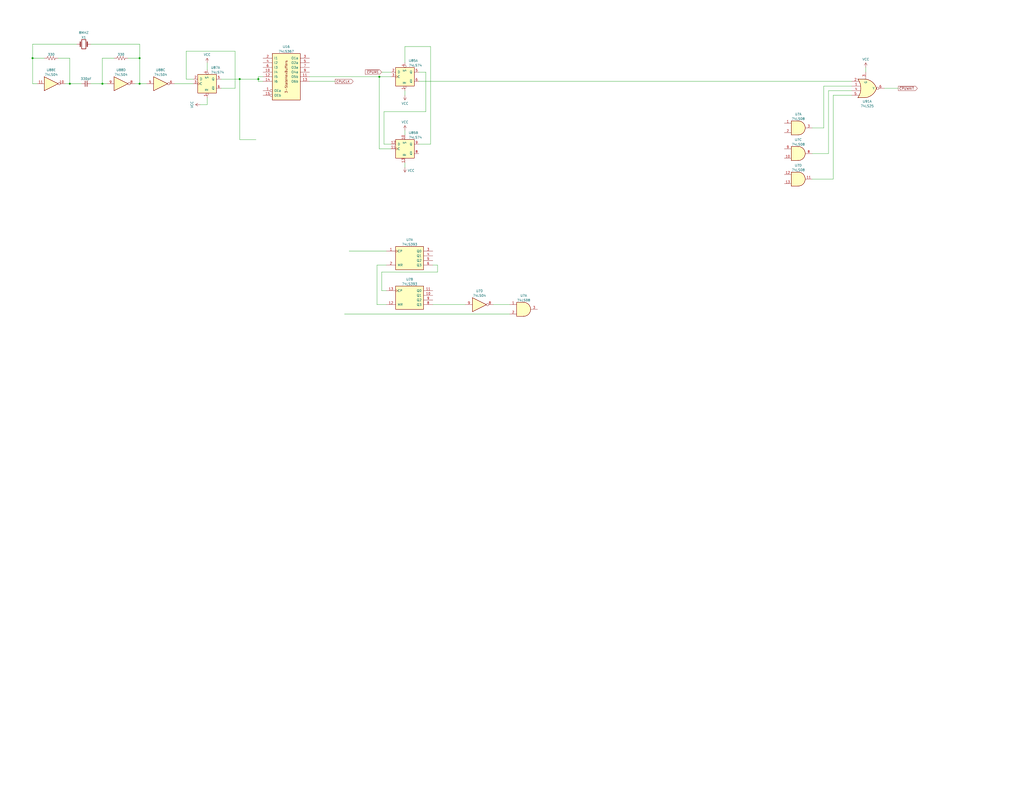
<source format=kicad_sch>
(kicad_sch (version 20211123) (generator eeschema)
  (paper "C")
  (lib_symbols
    (symbol "Device:C_Small" (pin_numbers hide) (pin_names (offset 0.254) hide)
      (property "Reference" "C" (at 0.254 1.778 0))
      (property "Value" "C_Small" (at 0.254 -2.032 0))
      (symbol "C_Small_0_1"
        (polyline (pts (xy -1.524 -0.508) (xy 1.524 -0.508)) (stroke (width 0.3302)))
        (polyline (pts (xy -1.524 0.508) (xy 1.524 0.508)) (stroke (width 0.3048)))
      )
      (symbol "C_Small_1_1"
        (pin passive line (at 0 2.54 270) (length 2.032) (name "~") (number "1"))
        (pin passive line (at 0 -2.54 90) (length 2.032) (name "~") (number "2"))
      )
    )
    (symbol "Device:Crystal" (pin_numbers hide) (pin_names (offset 1.016) hide)
      (property "Reference" "Y" (at 0 3.81 0))
      (property "Value" "Crystal" (at 0 -3.81 0))
      (symbol "Crystal_0_1"
        (rectangle (start -1.143 2.54) (end 1.143 -2.54) (stroke (width 0.3048)))
        (polyline (pts (xy -2.54 0) (xy -1.905 0)))
        (polyline (pts (xy -1.905 -1.27) (xy -1.905 1.27)) (stroke (width 0.508)))
        (polyline (pts (xy 1.905 -1.27) (xy 1.905 1.27)) (stroke (width 0.508)))
        (polyline (pts (xy 2.54 0) (xy 1.905 0)))
      )
      (symbol "Crystal_1_1"
        (pin passive line (at -3.81 0 0) (length 1.27) (name "1") (number "1"))
        (pin passive line (at 3.81 0 180) (length 1.27) (name "2") (number "2"))
      )
    )
    (symbol "Device:R_US" (pin_numbers hide) (pin_names (offset 0))
      (property "Reference" "R" (at 2.54 0 90))
      (property "Value" "R_US" (at -2.54 0 90))
      (symbol "R_US_0_1"
        (polyline (pts (xy 0 -2.286) (xy 0 -2.54)))
        (polyline (pts (xy 0 2.286) (xy 0 2.54)))
        (polyline (pts (xy 0 -0.762) (xy 1.016 -1.143) (xy 0 -1.524) (xy -1.016 -1.905) (xy 0 -2.286)))
        (polyline (pts (xy 0 0.762) (xy 1.016 0.381) (xy 0 0) (xy -1.016 -0.381) (xy 0 -0.762)))
        (polyline (pts (xy 0 2.286) (xy 1.016 1.905) (xy 0 1.524) (xy -1.016 1.143) (xy 0 0.762)))
      )
      (symbol "R_US_1_1"
        (pin passive line (at 0 3.81 270) (length 1.27) (name "~") (number "1"))
        (pin passive line (at 0 -3.81 90) (length 1.27) (name "~") (number "2"))
      )
    )
    (symbol "jt74:74LS04" (pin_names (offset 1.016))
      (property "Reference" "U" (at 0 1.27 0))
      (property "Value" "74LS04" (at 0 -1.27 0))
      (symbol "74LS04_1_0"
        (polyline (pts (xy -3.81 3.81) (xy -3.81 -3.81) (xy 3.81 0) (xy -3.81 3.81)) (stroke (width 0.254)) (fill (type background)))
        (pin input line (at -7.62 0 0) (length 3.81) (name "~") (number "1"))
        (pin output inverted (at 7.62 0 180) (length 3.81) (name "~") (number "2"))
      )
      (symbol "74LS04_2_0"
        (polyline (pts (xy -3.81 3.81) (xy -3.81 -3.81) (xy 3.81 0) (xy -3.81 3.81)) (stroke (width 0.254)) (fill (type background)))
        (pin input line (at -7.62 0 0) (length 3.81) (name "~") (number "3"))
        (pin output inverted (at 7.62 0 180) (length 3.81) (name "~") (number "4"))
      )
      (symbol "74LS04_3_0"
        (polyline (pts (xy -3.81 3.81) (xy -3.81 -3.81) (xy 3.81 0) (xy -3.81 3.81)) (stroke (width 0.254)) (fill (type background)))
        (pin input line (at -7.62 0 0) (length 3.81) (name "~") (number "5"))
        (pin output inverted (at 7.62 0 180) (length 3.81) (name "~") (number "6"))
      )
      (symbol "74LS04_4_0"
        (polyline (pts (xy -3.81 3.81) (xy -3.81 -3.81) (xy 3.81 0) (xy -3.81 3.81)) (stroke (width 0.254)) (fill (type background)))
        (pin output inverted (at 7.62 0 180) (length 3.81) (name "~") (number "8"))
        (pin input line (at -7.62 0 0) (length 3.81) (name "~") (number "9"))
      )
      (symbol "74LS04_5_0"
        (polyline (pts (xy -3.81 3.81) (xy -3.81 -3.81) (xy 3.81 0) (xy -3.81 3.81)) (stroke (width 0.254)) (fill (type background)))
        (pin output inverted (at 7.62 0 180) (length 3.81) (name "~") (number "10"))
        (pin input line (at -7.62 0 0) (length 3.81) (name "~") (number "11"))
      )
      (symbol "74LS04_6_0"
        (polyline (pts (xy -3.81 3.81) (xy -3.81 -3.81) (xy 3.81 0) (xy -3.81 3.81)) (stroke (width 0.254)) (fill (type background)))
        (pin output inverted (at 7.62 0 180) (length 3.81) (name "~") (number "12"))
        (pin input line (at -7.62 0 0) (length 3.81) (name "~") (number "13"))
      )
      (symbol "74LS04_7_0"
        (pin power_in line (at 0 7.62 270) (length 5.08) hide (name "VCC") (number "14"))
        (pin power_in line (at 0 -7.62 90) (length 5.08) hide (name "VSS") (number "7"))
      )
      (symbol "74LS04_7_1"
        (rectangle (start -5.08 7.62) (end 5.08 -7.62) (stroke (width 0.254)) (fill (type background)))
      )
    )
    (symbol "jt74:74LS08" (pin_names (offset 1.016))
      (property "Reference" "U" (at 0 1.27 0))
      (property "Value" "74LS08" (at 0 -1.27 0))
      (symbol "74LS08_1_1"
        (arc (start 0 -3.81) (mid 3.81 0) (end 0 3.81) (stroke (width 0.254)) (fill (type background)))
        (polyline (pts (xy 0 3.81) (xy -3.81 3.81) (xy -3.81 -3.81) (xy 0 -3.81)) (stroke (width 0.254)) (fill (type background)))
        (pin input line (at -7.62 2.54 0) (length 3.81) (name "~") (number "1"))
        (pin input line (at -7.62 -2.54 0) (length 3.81) (name "~") (number "2"))
        (pin output line (at 7.62 0 180) (length 3.81) (name "~") (number "3"))
      )
      (symbol "74LS08_1_2"
        (arc (start -3.81 -3.81) (mid -2.589 0) (end -3.81 3.81) (stroke (width 0.254)))
        (arc (start -0.6096 -3.81) (mid 2.1842 -2.5851) (end 3.81 0) (stroke (width 0.254)) (fill (type background)))
        (polyline (pts (xy -3.81 -3.81) (xy -0.635 -3.81)) (stroke (width 0.254)) (fill (type background)))
        (polyline (pts (xy -3.81 3.81) (xy -0.635 3.81)) (stroke (width 0.254)) (fill (type background)))
        (polyline (pts (xy -0.635 3.81) (xy -3.81 3.81) (xy -3.81 3.81) (xy -3.556 3.4036) (xy -3.0226 2.2606) (xy -2.6924 1.0414) (xy -2.6162 -0.254) (xy -2.7686 -1.4986) (xy -3.175 -2.7178) (xy -3.81 -3.81) (xy -3.81 -3.81) (xy -0.635 -3.81)) (stroke (width -25.4)) (fill (type background)))
        (arc (start 3.81 0) (mid 2.1915 2.5936) (end -0.6096 3.81) (stroke (width 0.254)) (fill (type background)))
        (pin input inverted (at -7.62 2.54 0) (length 4.318) (name "~") (number "1"))
        (pin input inverted (at -7.62 -2.54 0) (length 4.318) (name "~") (number "2"))
        (pin output inverted (at 7.62 0 180) (length 3.81) (name "~") (number "3"))
      )
      (symbol "74LS08_2_1"
        (arc (start 0 -3.81) (mid 3.81 0) (end 0 3.81) (stroke (width 0.254)) (fill (type background)))
        (polyline (pts (xy 0 3.81) (xy -3.81 3.81) (xy -3.81 -3.81) (xy 0 -3.81)) (stroke (width 0.254)) (fill (type background)))
        (pin input line (at -7.62 2.54 0) (length 3.81) (name "~") (number "4"))
        (pin input line (at -7.62 -2.54 0) (length 3.81) (name "~") (number "5"))
        (pin output line (at 7.62 0 180) (length 3.81) (name "~") (number "6"))
      )
      (symbol "74LS08_2_2"
        (arc (start -3.81 -3.81) (mid -2.589 0) (end -3.81 3.81) (stroke (width 0.254)))
        (arc (start -0.6096 -3.81) (mid 2.1842 -2.5851) (end 3.81 0) (stroke (width 0.254)) (fill (type background)))
        (polyline (pts (xy -3.81 -3.81) (xy -0.635 -3.81)) (stroke (width 0.254)) (fill (type background)))
        (polyline (pts (xy -3.81 3.81) (xy -0.635 3.81)) (stroke (width 0.254)) (fill (type background)))
        (polyline (pts (xy -0.635 3.81) (xy -3.81 3.81) (xy -3.81 3.81) (xy -3.556 3.4036) (xy -3.0226 2.2606) (xy -2.6924 1.0414) (xy -2.6162 -0.254) (xy -2.7686 -1.4986) (xy -3.175 -2.7178) (xy -3.81 -3.81) (xy -3.81 -3.81) (xy -0.635 -3.81)) (stroke (width -25.4)) (fill (type background)))
        (arc (start 3.81 0) (mid 2.1915 2.5936) (end -0.6096 3.81) (stroke (width 0.254)) (fill (type background)))
        (pin input inverted (at -7.62 2.54 0) (length 4.318) (name "~") (number "4"))
        (pin input inverted (at -7.62 -2.54 0) (length 4.318) (name "~") (number "5"))
        (pin output inverted (at 7.62 0 180) (length 3.81) (name "~") (number "6"))
      )
      (symbol "74LS08_3_1"
        (arc (start 0 -3.81) (mid 3.81 0) (end 0 3.81) (stroke (width 0.254)) (fill (type background)))
        (polyline (pts (xy 0 3.81) (xy -3.81 3.81) (xy -3.81 -3.81) (xy 0 -3.81)) (stroke (width 0.254)) (fill (type background)))
        (pin input line (at -7.62 -2.54 0) (length 3.81) (name "~") (number "10"))
        (pin output line (at 7.62 0 180) (length 3.81) (name "~") (number "8"))
        (pin input line (at -7.62 2.54 0) (length 3.81) (name "~") (number "9"))
      )
      (symbol "74LS08_3_2"
        (arc (start -3.81 -3.81) (mid -2.589 0) (end -3.81 3.81) (stroke (width 0.254)))
        (arc (start -0.6096 -3.81) (mid 2.1842 -2.5851) (end 3.81 0) (stroke (width 0.254)) (fill (type background)))
        (polyline (pts (xy -3.81 -3.81) (xy -0.635 -3.81)) (stroke (width 0.254)) (fill (type background)))
        (polyline (pts (xy -3.81 3.81) (xy -0.635 3.81)) (stroke (width 0.254)) (fill (type background)))
        (polyline (pts (xy -0.635 3.81) (xy -3.81 3.81) (xy -3.81 3.81) (xy -3.556 3.4036) (xy -3.0226 2.2606) (xy -2.6924 1.0414) (xy -2.6162 -0.254) (xy -2.7686 -1.4986) (xy -3.175 -2.7178) (xy -3.81 -3.81) (xy -3.81 -3.81) (xy -0.635 -3.81)) (stroke (width -25.4)) (fill (type background)))
        (arc (start 3.81 0) (mid 2.1915 2.5936) (end -0.6096 3.81) (stroke (width 0.254)) (fill (type background)))
        (pin input inverted (at -7.62 -2.54 0) (length 4.318) (name "~") (number "10"))
        (pin output inverted (at 7.62 0 180) (length 3.81) (name "~") (number "8"))
        (pin input inverted (at -7.62 2.54 0) (length 4.318) (name "~") (number "9"))
      )
      (symbol "74LS08_4_1"
        (arc (start 0 -3.81) (mid 3.81 0) (end 0 3.81) (stroke (width 0.254)) (fill (type background)))
        (polyline (pts (xy 0 3.81) (xy -3.81 3.81) (xy -3.81 -3.81) (xy 0 -3.81)) (stroke (width 0.254)) (fill (type background)))
        (pin output line (at 7.62 0 180) (length 3.81) (name "~") (number "11"))
        (pin input line (at -7.62 2.54 0) (length 3.81) (name "~") (number "12"))
        (pin input line (at -7.62 -2.54 0) (length 3.81) (name "~") (number "13"))
      )
      (symbol "74LS08_4_2"
        (arc (start -3.81 -3.81) (mid -2.589 0) (end -3.81 3.81) (stroke (width 0.254)))
        (arc (start -0.6096 -3.81) (mid 2.1842 -2.5851) (end 3.81 0) (stroke (width 0.254)) (fill (type background)))
        (polyline (pts (xy -3.81 -3.81) (xy -0.635 -3.81)) (stroke (width 0.254)) (fill (type background)))
        (polyline (pts (xy -3.81 3.81) (xy -0.635 3.81)) (stroke (width 0.254)) (fill (type background)))
        (polyline (pts (xy -0.635 3.81) (xy -3.81 3.81) (xy -3.81 3.81) (xy -3.556 3.4036) (xy -3.0226 2.2606) (xy -2.6924 1.0414) (xy -2.6162 -0.254) (xy -2.7686 -1.4986) (xy -3.175 -2.7178) (xy -3.81 -3.81) (xy -3.81 -3.81) (xy -0.635 -3.81)) (stroke (width -25.4)) (fill (type background)))
        (arc (start 3.81 0) (mid 2.1915 2.5936) (end -0.6096 3.81) (stroke (width 0.254)) (fill (type background)))
        (pin output inverted (at 7.62 0 180) (length 3.81) (name "~") (number "11"))
        (pin input inverted (at -7.62 2.54 0) (length 4.318) (name "~") (number "12"))
        (pin input inverted (at -7.62 -2.54 0) (length 4.318) (name "~") (number "13"))
      )
      (symbol "74LS08_5_0"
        (pin power_in line (at 0 7.62 270) (length 5.08) hide (name "VCC") (number "14"))
        (pin power_in line (at 0 -7.62 90) (length 5.08) hide (name "VSS") (number "7"))
      )
      (symbol "74LS08_5_1"
        (rectangle (start -5.08 7.62) (end 5.08 -7.62) (stroke (width 0.254)) (fill (type background)))
      )
    )
    (symbol "jt74:74LS25" (pin_names (offset 1.016))
      (property "Reference" "U91" (at -0.4834 -5.8404 0))
      (property "Value" "74LS25" (at -0.4834 -8.3773 0))
      (symbol "74LS25_1_1"
        (arc (start -5.5634 -3.81) (mid -3.94 1.27) (end -5.5634 6.35) (stroke (width 0.254)))
        (arc (start -1.7534 -3.81) (mid 2.2002 -2.2433) (end 4.5966 1.27) (stroke (width 0.254)) (fill (type background)))
        (polyline (pts (xy -5.5634 -3.81) (xy -1.7534 -3.81)) (stroke (width 0.254)) (fill (type background)))
        (polyline (pts (xy -5.5634 6.35) (xy -1.7534 6.35)) (stroke (width 0.254)) (fill (type background)))
        (polyline (pts (xy -1.7534 6.35) (xy -5.5634 6.35) (xy -4.7787 5.0818) (xy -4.3452 3.9148) (xy -4.0118 2.5477) (xy -3.9284 1.3307) (xy -3.9451 0.5139) (xy -4.0952 -0.5697) (xy -4.2934 -1.27) (xy -4.762 -2.437) (xy -5.5634 -3.81) (xy -1.7534 -3.81)) (stroke (width -25.4)) (fill (type background)))
        (arc (start 4.5966 1.27) (mid 2.2105 4.7961) (end -1.7534 6.35) (stroke (width 0.254)) (fill (type background)))
        (pin input line (at -8.89 2.54 0) (length 4.75) (name "~") (number "1"))
        (pin input line (at -8.89 5.08 0) (length 4) (name "~") (number "2"))
        (pin input line (at -1.27 10.16 270) (length 3.8) (name "G") (number "3"))
        (pin input line (at -8.89 0 0) (length 4.75) (name "~") (number "4"))
        (pin input line (at -8.89 -2.54 0) (length 4) (name "~") (number "5"))
        (pin output inverted (at 8.89 1.27 180) (length 4.25) (name "Y") (number "6"))
      )
      (symbol "74LS25_1_2"
        (arc (start 0 -3.81) (mid 3.81 0) (end 0 3.81) (stroke (width 0.254)) (fill (type background)))
        (polyline (pts (xy 0 3.81) (xy -3.81 3.81) (xy -3.81 -3.81) (xy 0 -3.81)) (stroke (width 0.254)) (fill (type background)))
        (pin input inverted (at -7.62 2.54 0) (length 3.81) (name "~") (number "1"))
        (pin output line (at 7.62 0 180) (length 3.81) (name "~") (number "12"))
        (pin input inverted (at -7.62 -2.54 0) (length 3.81) (name "~") (number "13"))
        (pin input inverted (at -7.62 0 0) (length 3.81) (name "~") (number "2"))
      )
      (symbol "74LS25_2_1"
        (arc (start -5.5634 -3.81) (mid -3.94 1.27) (end -5.5634 6.35) (stroke (width 0.254)))
        (arc (start -1.7534 -3.81) (mid 2.2002 -2.2433) (end 4.5966 1.27) (stroke (width 0.254)) (fill (type background)))
        (polyline (pts (xy -5.5634 -3.81) (xy -1.7534 -3.81)) (stroke (width 0.254)) (fill (type background)))
        (polyline (pts (xy -5.5634 6.35) (xy -1.7534 6.35)) (stroke (width 0.254)) (fill (type background)))
        (polyline (pts (xy -1.7534 6.35) (xy -5.5634 6.35) (xy -4.7787 5.0818) (xy -4.3452 3.9148) (xy -4.0118 2.5477) (xy -3.9284 1.3307) (xy -3.9451 0.5139) (xy -4.0952 -0.5697) (xy -4.2934 -1.27) (xy -4.762 -2.437) (xy -5.5634 -3.81) (xy -1.7534 -3.81)) (stroke (width -25.4)) (fill (type background)))
        (arc (start 4.5966 1.27) (mid 2.2105 4.7961) (end -1.7534 6.35) (stroke (width 0.254)) (fill (type background)))
        (pin input line (at -9.3734 2.54 0) (length 5.25) (name "~") (number "10"))
        (pin input line (at -1.7534 10.16 270) (length 3.8) (name "G") (number "11"))
        (pin input line (at -9.3734 0 0) (length 5.25) (name "~") (number "12"))
        (pin input line (at -9.3734 -2.54 0) (length 4.5) (name "~") (number "13"))
        (pin output inverted (at 8.4066 1.27 180) (length 3.81) (name "Y") (number "8"))
        (pin input line (at -9.3734 5.08 0) (length 4.5) (name "~") (number "9"))
      )
      (symbol "74LS25_2_2"
        (arc (start 0 -3.81) (mid 3.81 0) (end 0 3.81) (stroke (width 0.254)) (fill (type background)))
        (polyline (pts (xy 0 3.81) (xy -3.81 3.81) (xy -3.81 -3.81) (xy 0 -3.81)) (stroke (width 0.254)) (fill (type background)))
        (pin input inverted (at -7.62 2.54 0) (length 3.81) (name "~") (number "3"))
        (pin input inverted (at -7.62 0 0) (length 3.81) (name "~") (number "4"))
        (pin input inverted (at -7.62 -2.54 0) (length 3.81) (name "~") (number "5"))
        (pin output line (at 7.62 0 180) (length 3.81) (name "~") (number "6"))
      )
    )
    (symbol "jt74:74LS367" (pin_names (offset 1.016))
      (property "Reference" "U" (at -7.62 13.97 0))
      (property "Value" "74LS367" (at -7.62 -13.97 0))
      (symbol "74LS367_0_0"
        (text "3-StateHexBuffers" (at 0 0 900) (effects (font (size 1.27 1.27))))
      )
      (symbol "74LS367_1_0"
        (pin input inverted (at -12.7 -7.62 0) (length 5.08) (name "OEa") (number "1"))
        (pin input line (at -12.7 2.54 0) (length 5.08) (name "I4") (number "10"))
        (pin tri_state line (at 12.7 0 180) (length 5.08) (name "O5b") (number "11"))
        (pin input line (at -12.7 0 0) (length 5.08) (name "I5") (number "12"))
        (pin tri_state line (at 12.7 -2.54 180) (length 5.08) (name "O6b") (number "13"))
        (pin input line (at -12.7 -2.54 0) (length 5.08) (name "I6") (number "14"))
        (pin input inverted (at -12.7 -10.16 0) (length 5.08) (name "OEb") (number "15"))
        (pin input line (at -12.7 10.16 0) (length 5.08) (name "I1") (number "2"))
        (pin tri_state line (at 12.7 10.16 180) (length 5.08) (name "O1a") (number "3"))
        (pin input line (at -12.7 7.62 0) (length 5.08) (name "I2") (number "4"))
        (pin tri_state line (at 12.7 7.62 180) (length 5.08) (name "O2a") (number "5"))
        (pin input line (at -12.7 5.08 0) (length 5.08) (name "I3") (number "6"))
        (pin tri_state line (at 12.7 5.08 180) (length 5.08) (name "O3a") (number "7"))
        (pin tri_state line (at 12.7 2.54 180) (length 5.08) (name "O4a") (number "9"))
      )
      (symbol "74LS367_1_1"
        (rectangle (start -7.62 12.7) (end 7.62 -12.7) (stroke (width 0.254)) (fill (type background)))
      )
    )
    (symbol "jt74:74LS393" (pin_names (offset 1.016))
      (property "Reference" "U" (at -7.62 8.89 0))
      (property "Value" "74LS393" (at -7.62 -8.89 0))
      (symbol "74LS393_1_0"
        (pin input clock (at -12.7 2.54 0) (length 5.08) (name "CP") (number "1"))
        (pin input line (at -12.7 -5.08 0) (length 5.08) (name "MR") (number "2"))
        (pin output line (at 12.7 2.54 180) (length 5.08) (name "Q0") (number "3"))
        (pin output line (at 12.7 0 180) (length 5.08) (name "Q1") (number "4"))
        (pin output line (at 12.7 -2.54 180) (length 5.08) (name "Q2") (number "5"))
        (pin output line (at 12.7 -5.08 180) (length 5.08) (name "Q3") (number "6"))
      )
      (symbol "74LS393_1_1"
        (rectangle (start -7.62 5.08) (end 7.62 -7.62) (stroke (width 0.254)) (fill (type background)))
      )
      (symbol "74LS393_2_0"
        (pin output line (at 12.7 0 180) (length 5.08) (name "Q1") (number "10"))
        (pin output line (at 12.7 2.54 180) (length 5.08) (name "Q0") (number "11"))
        (pin input line (at -12.7 -5.08 0) (length 5.08) (name "MR") (number "12"))
        (pin input clock (at -12.7 2.54 0) (length 5.08) (name "CP") (number "13"))
        (pin output line (at 12.7 -5.08 180) (length 5.08) (name "Q3") (number "8"))
        (pin output line (at 12.7 -2.54 180) (length 5.08) (name "Q2") (number "9"))
      )
      (symbol "74LS393_2_1"
        (rectangle (start -7.62 5.08) (end 7.62 -7.62) (stroke (width 0.254)) (fill (type background)))
      )
      (symbol "74LS393_3_0"
        (pin power_in line (at 0 7.62 270) (length 5.08) hide (name "VCC") (number "14"))
        (pin power_in line (at 0 -7.62 90) (length 5.08) hide (name "VSS") (number "7"))
      )
      (symbol "74LS393_3_1"
        (rectangle (start -5.08 7.62) (end 5.08 -7.62) (stroke (width 0.254)) (fill (type background)))
      )
    )
    (symbol "jt74:74LS74" (pin_names (offset 1.016))
      (property "Reference" "U" (at 3.81 5.08 0))
      (property "Value" "74LS74" (at 0 0 0))
      (symbol "74LS74_1_0"
        (pin input inverted (at 0 -7.62 90) (length 2.54) (name "~{R}") (number "1"))
        (pin input line (at -7.62 2.54 0) (length 2.54) (name "D") (number "2"))
        (pin input clock (at -7.62 0 0) (length 2.54) (name "C") (number "3"))
        (pin input inverted (at 0 7.62 270) (length 2.54) (name "~{S}") (number "4"))
        (pin output line (at 7.62 2.54 180) (length 2.54) (name "Q") (number "5"))
        (pin output line (at 7.62 -2.54 180) (length 2.54) (name "~{Q}") (number "6"))
      )
      (symbol "74LS74_1_1"
        (rectangle (start -5.08 5.08) (end 5.08 -5.08) (stroke (width 0.254)) (fill (type background)))
      )
      (symbol "74LS74_2_0"
        (pin input clock (at -7.62 0 0) (length 2.54) (name "C") (number "11"))
        (pin input line (at -7.62 2.54 0) (length 2.54) (name "D") (number "12"))
        (pin input line (at 0 -7.62 90) (length 2.54) (name "~{R}") (number "13"))
        (pin output line (at 7.62 -2.54 180) (length 2.54) (name "~{Q}") (number "8"))
        (pin output line (at 7.62 2.54 180) (length 2.54) (name "Q") (number "9"))
      )
      (symbol "74LS74_2_1"
        (rectangle (start -5.08 5.08) (end 5.08 -5.08) (stroke (width 0.254)) (fill (type background)))
        (pin input line (at 0 7.62 270) (length 2.54) (name "~{S}") (number "10"))
      )
      (symbol "74LS74_3_0"
        (pin power_in line (at 0 7.62 270) (length 2.54) hide (name "VCC") (number "14"))
        (pin power_in line (at 0 -7.62 90) (length 2.54) hide (name "VSS") (number "7"))
      )
      (symbol "74LS74_3_1"
        (rectangle (start -5.08 7.62) (end 5.08 -7.62) (stroke (width 0.254)) (fill (type background)))
      )
    )
    (symbol "power:VCC" (power) (pin_names (offset 0))
      (property "Value" "VCC" (at 0 3.81 0))
      (symbol "VCC_0_1"
        (polyline (pts (xy -0.762 1.27) (xy 0 2.54)))
        (polyline (pts (xy 0 0) (xy 0 2.54)))
        (polyline (pts (xy 0 2.54) (xy 0.762 1.27)))
      )
      (symbol "VCC_1_1"
        (pin power_in line (at 0 0 90) (length 0) hide (name "VCC") (number "1"))
      )
    )
  )
  (junction (at 17.78 31.75))
  (junction (at 207.01 41.91))
  (junction (at 55.88 45.72))
  (junction (at 140.97 43.18))
  (junction (at 130.81 43.18))
  (junction (at 38.1 45.72))
  (junction (at 76.2 45.72))
  (junction (at 76.2 31.75))
  (wire (pts (xy 449.58 69.85) (xy 449.58 46.99)))
  (wire (pts (xy 17.78 31.75) (xy 24.13 31.75)))
  (wire (pts (xy 17.78 24.13) (xy 17.78 31.75)))
  (wire (pts (xy 73.66 45.72) (xy 76.2 45.72)))
  (wire (pts (xy 113.03 53.34) (xy 113.03 57.15)))
  (wire (pts (xy 205.74 144.78) (xy 210.82 144.78)))
  (wire (pts (xy 55.88 45.72) (xy 55.88 31.75)))
  (wire (pts (xy 443.23 69.85) (xy 449.58 69.85)))
  (wire (pts (xy 234.95 78.74) (xy 234.95 25.4)))
  (wire (pts (xy 49.53 24.13) (xy 76.2 24.13)))
  (wire (pts (xy 20.32 45.72) (xy 17.78 45.72)))
  (wire (pts (xy 128.27 48.26) (xy 128.27 27.94)))
  (wire (pts (xy 76.2 31.75) (xy 76.2 24.13)))
  (wire (pts (xy 76.2 45.72) (xy 80.01 45.72)))
  (wire (pts (xy 210.82 158.75) (xy 208.28 158.75)))
  (wire (pts (xy 143.51 41.91) (xy 140.97 41.91)))
  (wire (pts (xy 41.91 24.13) (xy 17.78 24.13)))
  (wire (pts (xy 454.66 97.79) (xy 454.66 52.07)))
  (wire (pts (xy 130.81 43.18) (xy 130.81 76.2)))
  (wire (pts (xy 209.55 78.74) (xy 213.36 78.74)))
  (wire (pts (xy 236.22 166.37) (xy 254 166.37)))
  (wire (pts (xy 220.98 52.07) (xy 220.98 49.53)))
  (wire (pts (xy 228.6 44.45) (xy 464.82 44.45)))
  (wire (pts (xy 101.6 43.18) (xy 105.41 43.18)))
  (wire (pts (xy 120.65 43.18) (xy 130.81 43.18)))
  (wire (pts (xy 101.6 27.94) (xy 101.6 43.18)))
  (wire (pts (xy 49.53 45.72) (xy 55.88 45.72)))
  (wire (pts (xy 228.6 78.74) (xy 234.95 78.74)))
  (wire (pts (xy 38.1 31.75) (xy 31.75 31.75)))
  (wire (pts (xy 210.82 166.37) (xy 205.74 166.37)))
  (wire (pts (xy 38.1 45.72) (xy 38.1 31.75)))
  (wire (pts (xy 209.55 60.96) (xy 209.55 78.74)))
  (wire (pts (xy 232.41 60.96) (xy 209.55 60.96)))
  (wire (pts (xy 140.97 43.18) (xy 140.97 44.45)))
  (wire (pts (xy 120.65 48.26) (xy 128.27 48.26)))
  (wire (pts (xy 208.28 158.75) (xy 208.28 148.59)))
  (wire (pts (xy 130.81 43.18) (xy 140.97 43.18)))
  (wire (pts (xy 213.36 81.28) (xy 207.01 81.28)))
  (wire (pts (xy 205.74 166.37) (xy 205.74 144.78)))
  (wire (pts (xy 168.91 41.91) (xy 207.01 41.91)))
  (wire (pts (xy 238.76 148.59) (xy 238.76 144.78)))
  (wire (pts (xy 140.97 44.45) (xy 143.51 44.45)))
  (wire (pts (xy 55.88 45.72) (xy 58.42 45.72)))
  (wire (pts (xy 95.25 45.72) (xy 105.41 45.72)))
  (wire (pts (xy 234.95 25.4) (xy 220.98 25.4)))
  (wire (pts (xy 220.98 25.4) (xy 220.98 34.29)))
  (wire (pts (xy 238.76 144.78) (xy 236.22 144.78)))
  (wire (pts (xy 113.03 34.29) (xy 113.03 38.1)))
  (wire (pts (xy 207.01 41.91) (xy 213.36 41.91)))
  (wire (pts (xy 220.98 71.12) (xy 220.98 73.66)))
  (wire (pts (xy 269.24 166.37) (xy 278.13 166.37)))
  (wire (pts (xy 17.78 45.72) (xy 17.78 31.75)))
  (wire (pts (xy 109.22 57.15) (xy 113.03 57.15)))
  (wire (pts (xy 140.97 41.91) (xy 140.97 43.18)))
  (wire (pts (xy 220.98 88.9) (xy 220.98 91.44)))
  (wire (pts (xy 228.6 39.37) (xy 232.41 39.37)))
  (wire (pts (xy 76.2 31.75) (xy 69.85 31.75)))
  (wire (pts (xy 190.5 137.16) (xy 210.82 137.16)))
  (wire (pts (xy 232.41 39.37) (xy 232.41 60.96)))
  (wire (pts (xy 208.28 148.59) (xy 238.76 148.59)))
  (wire (pts (xy 130.81 76.2) (xy 139.7 76.2)))
  (wire (pts (xy 168.91 44.45) (xy 182.88 44.45)))
  (wire (pts (xy 454.66 52.07) (xy 464.82 52.07)))
  (wire (pts (xy 35.56 45.72) (xy 38.1 45.72)))
  (wire (pts (xy 452.12 83.82) (xy 443.23 83.82)))
  (wire (pts (xy 443.23 97.79) (xy 454.66 97.79)))
  (wire (pts (xy 472.44 36.83) (xy 472.44 39.37)))
  (wire (pts (xy 449.58 46.99) (xy 464.82 46.99)))
  (wire (pts (xy 207.01 81.28) (xy 207.01 41.91)))
  (wire (pts (xy 76.2 45.72) (xy 76.2 31.75)))
  (wire (pts (xy 38.1 45.72) (xy 44.45 45.72)))
  (wire (pts (xy 482.6 48.26) (xy 490.22 48.26)))
  (wire (pts (xy 452.12 49.53) (xy 452.12 83.82)))
  (wire (pts (xy 464.82 49.53) (xy 452.12 49.53)))
  (wire (pts (xy 187.96 171.45) (xy 278.13 171.45)))
  (wire (pts (xy 128.27 27.94) (xy 101.6 27.94)))
  (wire (pts (xy 208.28 39.37) (xy 213.36 39.37)))
  (wire (pts (xy 55.88 31.75) (xy 62.23 31.75)))
  (global_label "CPUCLK" (shape output) (at 182.88 44.45 0) (property "Intersheet References" "${INTERSHEET_REFS}" (effects hide)))
  (global_label "~{CPUWAIT}" (shape output) (at 490.22 48.26 0) (property "Intersheet References" "${INTERSHEET_REFS}" (effects hide)))
  (global_label "~{CPUM1}" (shape input) (at 208.28 39.37 180) (property "Intersheet References" "${INTERSHEET_REFS}" (effects hide)))
  (symbol (lib_id "power:VCC") (at 113.03 34.29 0) (mirror y) (unit 1)
    (property "Reference" "#PWR?" (effects hide))
    (property "Value" "VCC" (at 113.03 29.8466 0))
  )
  (symbol (lib_id "jt74:74LS08") (at 435.61 97.79 0) (unit 4)
    (property "Reference" "U?" (at 435.61 90.2802 0))
    (property "Value" "74LS08" (at 435.61 92.8171 0))
    (property "Datasheet" "http://www.ti.com/lit/gpn/sn74LS08" (effects hide))
  )
  (symbol (lib_id "jt74:74LS25") (at 473.71 49.53 0) (unit 1)
    (property "Reference" "U91" (at 473.2266 55.3704 0))
    (property "Value" "74LS25" (at 473.2266 57.9073 0))
    (property "Datasheet" "https://www.ti.com/lit/gpn/sn7425" (effects hide))
  )
  (symbol (lib_id "jt74:74LS393") (at 223.52 139.7 0) (unit 1)
    (property "Reference" "U?" (at 223.52 130.9202 0))
    (property "Value" "74LS393" (at 223.52 133.4571 0))
    (property "Datasheet" "74xx\\74LS393.pdf" (effects hide))
  )
  (symbol (lib_id "power:VCC") (at 220.98 52.07 180) (unit 1)
    (property "Reference" "#PWR?" (effects hide))
    (property "Value" "VCC" (at 220.98 56.5134 0))
  )
  (symbol (lib_id "power:VCC") (at 220.98 71.12 0) (mirror y) (unit 1)
    (property "Reference" "#PWR?" (effects hide))
    (property "Value" "VCC" (at 220.98 66.6766 0))
  )
  (symbol (lib_id "Device:Crystal") (at 45.72 24.13 0) (unit 1)
    (property "Reference" "8MHZ" (at 45.72 17.8648 0))
    (property "Value" "X1" (at 45.72 20.4017 0))
  )
  (symbol (lib_id "jt74:74LS04") (at 261.62 166.37 0) (unit 4)
    (property "Reference" "U?" (at 261.62 158.8602 0))
    (property "Value" "74LS04" (at 261.62 161.3971 0))
    (property "Datasheet" "http://www.ti.com/lit/gpn/sn74LS04" (effects hide))
  )
  (symbol (lib_id "power:VCC") (at 109.22 57.15 90) (mirror x) (unit 1)
    (property "Reference" "#PWR?" (effects hide))
    (property "Value" "VCC" (at 104.7766 57.15 0))
  )
  (symbol (lib_id "power:VCC") (at 472.44 36.83 0) (mirror y) (unit 1)
    (property "Reference" "#PWR?" (effects hide))
    (property "Value" "VCC" (at 472.44 32.3866 0))
  )
  (symbol (lib_id "jt74:74LS04") (at 87.63 45.72 0) (unit 3)
    (property "Reference" "U88" (at 87.63 38.2102 0))
    (property "Value" "74LS04" (at 87.63 40.7471 0))
    (property "Datasheet" "http://www.ti.com/lit/gpn/sn74LS04" (effects hide))
  )
  (symbol (lib_id "Device:C_Small") (at 46.99 45.72 90) (unit 1)
    (property "Reference" "C?" (effects hide))
    (property "Value" "330pF" (at 46.9963 42.9951 90))
  )
  (symbol (lib_id "Device:R_US") (at 66.04 31.75 90) (unit 1)
    (property "Reference" "R?" (effects hide))
    (property "Value" "330" (at 66.04 29.6982 90))
  )
  (symbol (lib_id "jt74:74LS08") (at 435.61 69.85 0) (unit 1)
    (property "Reference" "U?" (at 435.61 62.3402 0))
    (property "Value" "74LS08" (at 435.61 64.8771 0))
    (property "Datasheet" "http://www.ti.com/lit/gpn/sn74LS08" (effects hide))
  )
  (symbol (lib_id "power:VCC") (at 220.98 91.44 180) (unit 1)
    (property "Reference" "#PWR?" (effects hide))
    (property "Value" "VCC" (at 222.377 93.1438 0) (effects (justify right)))
  )
  (symbol (lib_id "jt74:74LS74") (at 220.98 41.91 0) (unit 1)
    (property "Reference" "U85" (at 222.9994 33.1302 0) (effects (justify left)))
    (property "Value" "74LS74" (at 222.9994 35.6671 0) (effects (justify left)))
    (property "Datasheet" "74xx/74hc_hct74.pdf" (effects hide))
  )
  (symbol (lib_id "jt74:74LS367") (at 156.21 41.91 0) (unit 1)
    (property "Reference" "U16" (at 156.21 25.5102 0))
    (property "Value" "74LS367" (at 156.21 28.0471 0))
    (property "Datasheet" "https://pdf1.alldatasheet.com/datasheet-pdf/view/12653/ONSEMI/SN74LS367AN.html" (effects hide))
  )
  (symbol (lib_id "jt74:74LS04") (at 27.94 45.72 0) (unit 5)
    (property "Reference" "U88" (at 27.94 38.2102 0))
    (property "Value" "74LS04" (at 27.94 40.7471 0))
    (property "Datasheet" "http://www.ti.com/lit/gpn/sn74LS04" (effects hide))
  )
  (symbol (lib_id "jt74:74LS08") (at 285.75 168.91 0) (unit 1)
    (property "Reference" "U?" (at 285.75 161.4002 0))
    (property "Value" "74LS08" (at 285.75 163.9371 0))
    (property "Datasheet" "http://www.ti.com/lit/gpn/sn74LS08" (effects hide))
  )
  (symbol (lib_id "jt74:74LS04") (at 66.04 45.72 0) (unit 4)
    (property "Reference" "U88" (at 66.04 38.2102 0))
    (property "Value" "74LS04" (at 66.04 40.7471 0))
    (property "Datasheet" "http://www.ti.com/lit/gpn/sn74LS04" (effects hide))
  )
  (symbol (lib_id "jt74:74LS393") (at 223.52 161.29 0) (unit 2)
    (property "Reference" "U?" (at 223.52 152.5102 0))
    (property "Value" "74LS393" (at 223.52 155.0471 0))
    (property "Datasheet" "74xx\\74LS393.pdf" (effects hide))
  )
  (symbol (lib_id "jt74:74LS08") (at 435.61 83.82 0) (unit 3)
    (property "Reference" "U?" (at 435.61 76.3102 0))
    (property "Value" "74LS08" (at 435.61 78.8471 0))
    (property "Datasheet" "http://www.ti.com/lit/gpn/sn74LS08" (effects hide))
  )
  (symbol (lib_id "jt74:74LS74") (at 220.98 81.28 0) (unit 2)
    (property "Reference" "U85" (at 222.9994 72.5002 0) (effects (justify left)))
    (property "Value" "74LS74" (at 222.9994 75.0371 0) (effects (justify left)))
    (property "Datasheet" "74xx/74hc_hct74.pdf" (effects hide))
  )
  (symbol (lib_id "Device:R_US") (at 27.94 31.75 90) (unit 1)
    (property "Reference" "R?" (effects hide))
    (property "Value" "330" (at 27.94 29.6982 90))
  )
  (symbol (lib_id "jt74:74LS74") (at 113.03 45.72 0) (unit 1)
    (property "Reference" "U87" (at 115.0494 36.9402 0) (effects (justify left)))
    (property "Value" "74LS74" (at 115.0494 39.4771 0) (effects (justify left)))
    (property "Datasheet" "74xx/74hc_hct74.pdf" (effects hide))
  )
)
</source>
